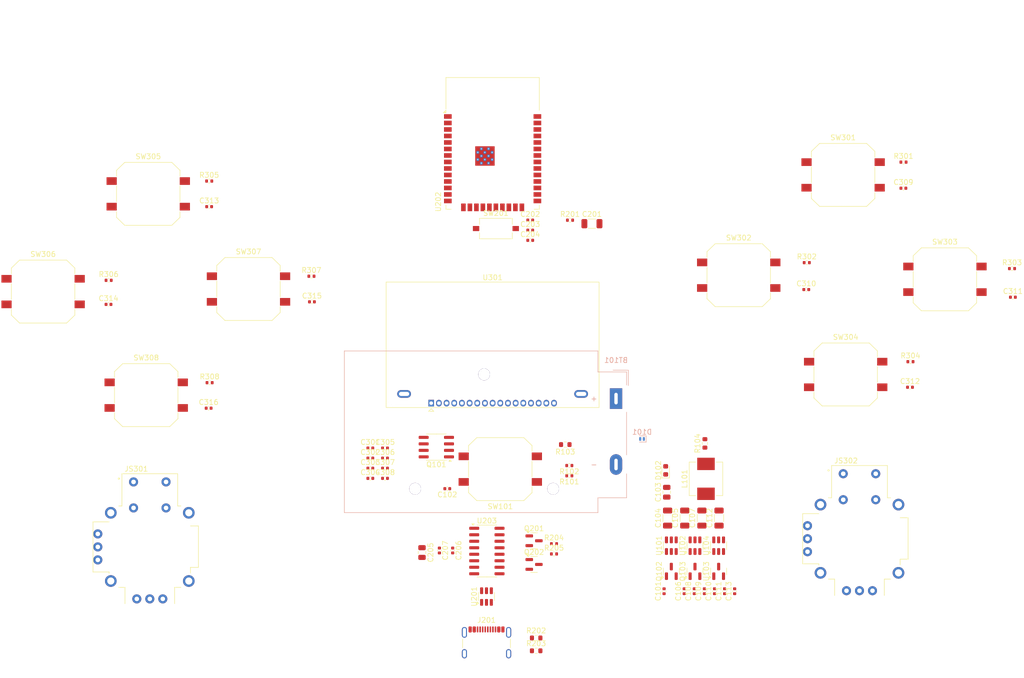
<source format=kicad_pcb>
(kicad_pcb (version 20240108) (generator "pcbnew") (generator_version "8.0")
  (layers (0 "F.Cu" signal) (1 "In1.Cu" power) (2 "In2.Cu" power) (31 "B.Cu" signal) (34 "B.Paste" user) (35 "F.Paste" user) (36 "B.SilkS" user "B.Silkscreen") (37 "F.SilkS" user "F.Silkscreen") (38 "B.Mask" user) (39 "F.Mask" user) (44 "Edge.Cuts" user))
  (net 0 "")
  (net 1 "+9V")
  (net 2 "GND")
  (net 3 "/[1] Power/BUCK_SW")
  (net 4 "/[1] Power/BUCK_BST")
  (net 5 "VCC")
  (net 6 "+3V3")
  (net 7 "/[1] Power/V_Battery")
  (net 8 "/[1] Power/VCAP_B")
  (net 9 "+3V0")
  (net 10 "VBUS")
  (net 11 "/[1] Power/VCAP_U")
  (net 12 "/[2] Microcontroller And Bluetooth/ENABLE")
  (net 13 "/[3] User Interface/LVOUT")
  (net 14 "/[3] User Interface/LV0")
  (net 15 "/[3] User Interface/LV1")
  (net 16 "/[3] User Interface/LV2")
  (net 17 "/[3] User Interface/LV3")
  (net 18 "/[3] User Interface/LV4")
  (net 19 "/[3] User Interface/LC2+")
  (net 20 "/[3] User Interface/LC2-")
  (net 21 "/[3] User Interface/LC1-")
  (net 22 "/[3] User Interface/LC1+")
  (net 23 "SAVE_DATA")
  (net 24 "RECORD_DATA")
  (net 25 "STOP_ROBOT")
  (net 26 "LOCK_ROBOT")
  (net 27 "CONNECT_BT")
  (net 28 "FUNC_6")
  (net 29 "FUNC_7")
  (net 30 "FUNC_8")
  (net 31 "/[1] Power/POW_IND_LED_R")
  (net 32 "Net-(J201-CC1)")
  (net 33 "/[2] Microcontroller And Bluetooth/D_RAW-")
  (net 35 "Net-(J201-CC2)")
  (net 41 "/[2] Microcontroller And Bluetooth/D_RAW+")
  (net 42 "/[1] Power/GATE_B")
  (net 43 "/[1] Power/GATE_U")
  (net 44 "/[2] Microcontroller And Bluetooth/DTR")
  (net 45 "/[2] Microcontroller And Bluetooth/RTS_R")
  (net 46 "/[2] Microcontroller And Bluetooth/IO0")
  (net 47 "/[2] Microcontroller And Bluetooth/DTR_R")
  (net 48 "/[2] Microcontroller And Bluetooth/RTS")
  (net 49 "/[2] Microcontroller And Bluetooth/D+")
  (net 50 "/[2] Microcontroller And Bluetooth/D-")
  (net 51 "RIGHT_STICK")
  (net 54 "LEFT_STICK")
  (net 55 "SPI_CLK")
  (net 56 "{slash}RESET")
  (net 57 "SPI_COPI")
  (net 58 "/[2] Microcontroller And Bluetooth/UART_TX")
  (net 62 "{slash}CHIP_SELECT")
  (net 63 "REGISTER_SELECT")
  (net 71 "/[2] Microcontroller And Bluetooth/UART_RX")
  (net 98 "/[1] Power/PWR_SW_CAP")
  (net 99 "/[1] Power/PW_SW_R_G_S")
  (net 100 "/[1] Power/PW_SW_R")
  (footprint "Capacitor_SMD:C_0402_1005Metric" (layer "F.Cu") (at 85.1 -31.5)
    (property "Reference" "C313" (at 0 -1.16 0) (layer "F.SilkS"))
    (property "Value" "0.1uF")
    (pad "1" smd roundrect (at -0.48 0) (size 0.56 0.62) (layers "F.Cu" "F.Paste" "F.Mask") (net 27 "CONNECT_BT"))
    (pad "2" smd roundrect (at 0.48 0) (size 0.56 0.62) (layers "F.Cu" "F.Paste" "F.Mask") (net 6 "+3V3"))
  )
  (footprint "Capacitor_SMD:C_0402_1005Metric" (layer "F.Cu") (at 116.6 21.6)
    (property "Reference" "C304" (at 0 -1.16 0) (layer "F.SilkS"))
    (property "Value" "1uF")
    (pad "1" smd roundrect (at -0.48 0) (size 0.56 0.62) (layers "F.Cu" "F.Paste" "F.Mask") (net 2 "GND"))
    (pad "2" smd roundrect (at 0.48 0) (size 0.56 0.62) (layers "F.Cu" "F.Paste" "F.Mask") (net 16 "/[3] User Interface/LV2"))
  )
  (footprint "Button_Switch_SMD:SW_Push_1P1T_NO_CK_PTS125Sx43PSMTR" (layer "F.Cu") (at 209.5 1.3)
    (property "Reference" "SW304" (at 0 -7.3 0) (layer "F.SilkS"))
    (property "Value" "SW_Push")
    (pad "" np_thru_hole circle (at 0 -4.5) (size 2 2) (drill 2) (layers "*.Cu" "*.Mask"))
    (pad "" np_thru_hole circle (at 0 4.5) (size 2 2) (drill 2) (layers "*.Cu" "*.Mask"))
    (pad "1" smd rect (at -7.15 -2.5) (size 2 1.5) (layers "F.Cu" "F.Paste" "F.Mask") (net 26 "LOCK_ROBOT"))
    (pad "1" smd rect (at 7.15 -2.5) (size 2 1.5) (layers "F.Cu" "F.Paste" "F.Mask") (net 26 "LOCK_ROBOT"))
    (pad "2" smd rect (at -7.15 2.5) (size 2 1.5) (layers "F.Cu" "F.Paste" "F.Mask") (net 6 "+3V3"))
    (pad "2" smd rect (at 7.15 2.5) (size 2 1.5) (layers "F.Cu" "F.Paste" "F.Mask") (net 6 "+3V3"))
  )
  (footprint "Capacitor_SMD:C_0402_1005Metric" (layer "F.Cu") (at 119.47 15.69)
    (property "Reference" "C305" (at 0 -1.16 0) (layer "F.SilkS"))
    (property "Value" "1uF")
    (pad "1" smd roundrect (at -0.48 0) (size 0.56 0.62) (layers "F.Cu" "F.Paste" "F.Mask") (net 2 "GND"))
    (pad "2" smd roundrect (at 0.48 0) (size 0.56 0.62) (layers "F.Cu" "F.Paste" "F.Mask") (net 17 "/[3] User Interface/LV3"))
  )
  (footprint "Resistor_SMD:R_0402_1005Metric" (layer "F.Cu") (at 201.9 -20.56)
    (property "Reference" "R302" (at 0 -1.17 0) (layer "F.SilkS"))
    (property "Value" "10k")
    (pad "1" smd roundrect (at -0.51 0) (size 0.54 0.64) (layers "F.Cu" "F.Paste" "F.Mask") (net 24 "RECORD_DATA"))
    (pad "2" smd roundrect (at 0.51 0) (size 0.54 0.64) (layers "F.Cu" "F.Paste" "F.Mask") (net 2 "GND"))
  )
  (footprint "Capacitor_SMD:C_0402_1005Metric" (layer "F.Cu") (at 130.1 35.7 -90)
    (property "Reference" "C207" (at 0 -1.16 90) (layer "F.SilkS"))
    (property "Value" "0.1uF")
    (pad "1" smd roundrect (at -0.48 0 270) (size 0.56 0.62) (layers "F.Cu" "F.Paste" "F.Mask") (net 6 "+3V3"))
    (pad "2" smd roundrect (at 0.48 0 270) (size 0.56 0.62) (layers "F.Cu" "F.Paste" "F.Mask") (net 2 "GND"))
  )
  (footprint "Capacitor_SMD:C_0402_1005Metric" (layer "F.Cu") (at 222.07 3.8)
    (property "Reference" "C312" (at 0 -1.16 0) (layer "F.SilkS"))
    (property "Value" "0.1uF")
    (pad "1" smd roundrect (at -0.48 0) (size 0.56 0.62) (layers "F.Cu" "F.Paste" "F.Mask") (net 26 "LOCK_ROBOT"))
    (pad "2" smd roundrect (at 0.48 0) (size 0.56 0.62) (layers "F.Cu" "F.Paste" "F.Mask") (net 6 "+3V3"))
  )
  (footprint "Capacitor_SMD:C_0402_1005Metric" (layer "F.Cu") (at 147.85 -26.89)
    (property "Reference" "C203" (at 0 -1.16 0) (layer "F.SilkS"))
    (property "Value" "0.1uF")
    (pad "1" smd roundrect (at -0.48 0) (size 0.56 0.62) (layers "F.Cu" "F.Paste" "F.Mask") (net 12 "/[2] Microcontroller And Bluetooth/ENABLE"))
    (pad "2" smd roundrect (at 0.48 0) (size 0.56 0.62) (layers "F.Cu" "F.Paste" "F.Mask") (net 2 "GND"))
  )
  (footprint "Capacitor_SMD:C_0402_1005Metric" (layer "F.Cu") (at 116.6 15.69)
    (property "Reference" "C301" (at 0 -1.16 0) (layer "F.SilkS"))
    (property "Value" "2.2uF")
    (pad "1" smd roundrect (at -0.48 0) (size 0.56 0.62) (layers "F.Cu" "F.Paste" "F.Mask") (net 2 "GND"))
    (pad "2" smd roundrect (at 0.48 0) (size 0.56 0.62) (layers "F.Cu" "F.Paste" "F.Mask") (net 13 "/[3] User Interface/LVOUT"))
  )
  (footprint "Capacitor_SMD:C_0402_1005Metric" (layer "F.Cu") (at 116.6 19.63)
    (property "Reference" "C303" (at 0 -1.16 0) (layer "F.SilkS"))
    (property "Value" "1uF")
    (pad "1" smd roundrect (at -0.48 0) (size 0.56 0.62) (layers "F.Cu" "F.Paste" "F.Mask") (net 2 "GND"))
    (pad "2" smd roundrect (at 0.48 0) (size 0.56 0.62) (layers "F.Cu" "F.Paste" "F.Mask") (net 15 "/[3] User Interface/LV1"))
  )
  (footprint "Resistor_SMD:R_0402_1005Metric" (layer "F.Cu") (at 152.5 36.375)
    (property "Reference" "R205" (at 0 -1.17 0) (layer "F.SilkS"))
    (property "Value" "10k")
    (pad "1" smd roundrect (at -0.51 0) (size 0.54 0.64) (layers "F.Cu" "F.Paste" "F.Mask") (net 44 "/[2] Microcontroller And Bluetooth/DTR"))
    (pad "2" smd roundrect (at 0.51 0) (size 0.54 0.64) (layers "F.Cu" "F.Paste" "F.Mask") (net 47 "/[2] Microcontroller And Bluetooth/DTR_R"))
  )
  (footprint "Capacitor_SMD:C_0402_1005Metric" (layer "F.Cu") (at 174.01 43.6625 90)
    (property "Reference" "C101" (at 0 -1.16 90) (layer "F.SilkS"))
    (property "Value" "0.1uF")
    (pad "1" smd roundrect (at -0.48 0 90) (size 0.56 0.62) (layers "F.Cu" "F.Paste" "F.Mask") (net 3 "/[1] Power/BUCK_SW"))
    (pad "2" smd roundrect (at 0.48 0 90) (size 0.56 0.62) (layers "F.Cu" "F.Paste" "F.Mask") (net 4 "/[1] Power/BUCK_BST"))
  )
  (footprint "Resistor_SMD:R_0402_1005Metric" (layer "F.Cu") (at 105.09 -17.9)
    (property "Reference" "R307" (at 0 -1.17 0) (layer "F.SilkS"))
    (property "Value" "10k")
    (pad "1" smd roundrect (at -0.51 0) (size 0.54 0.64) (layers "F.Cu" "F.Paste" "F.Mask") (net 29 "FUNC_7"))
    (pad "2" smd roundrect (at 0.51 0) (size 0.54 0.64) (layers "F.Cu" "F.Paste" "F.Mask") (net 2 "GND"))
  )
  (footprint "Capacitor_SMD:C_0402_1005Metric" (layer "F.Cu") (at 85 7.89)
    (property "Reference" "C316" (at 0 -1.16 0) (layer "F.SilkS"))
    (property "Value" "0.1uF")
    (pad "1" smd roundrect (at -0.48 0) (size 0.56 0.62) (layers "F.Cu" "F.Paste" "F.Mask") (net 30 "FUNC_8"))
    (pad "2" smd roundrect (at 0.48 0) (size 0.56 0.62) (layers "F.Cu" "F.Paste" "F.Mask") (net 6 "+3V3"))
  )
  (footprint "Button_Switch_SMD:SW_Push_1P1T_NO_CK_PTS125Sx43PSMTR" (layer "F.Cu") (at 92.79 -15.4)
    (property "Reference" "SW307" (at 0 -7.3 0) (layer "F.SilkS"))
    (property "Value" "SW_Push")
    (pad "" np_thru_hole circle (at 0 -4.5) (size 2 2) (drill 2) (layers "*.Cu" "*.Mask"))
    (pad "" np_thru_hole circle (at 0 4.5) (size 2 2) (drill 2) (layers "*.Cu" "*.Mask"))
    (pad "1" smd rect (at -7.15 -2.5) (size 2 1.5) (layers "F.Cu" "F.Paste" "F.Mask") (net 29 "FUNC_7"))
    (pad "1" smd rect (at 7.15 -2.5) (size 2 1.5) (layers "F.Cu" "F.Paste" "F.Mask") (net 29 "FUNC_7"))
    (pad "2" smd rect (at -7.15 2.5) (size 2 1.5) (layers "F.Cu" "F.Paste" "F.Mask") (net 6 "+3V3"))
    (pad "2" smd rect (at 7.15 2.5) (size 2 1.5) (layers "F.Cu" "F.Paste" "F.Mask") (net 6 "+3V3"))
  )
  (footprint "Capacitor_SMD:C_0402_1005Metric" (layer "F.Cu") (at 183.86 43.6625 90)
    (property "Reference" "C110" (at 0 -1.16 90) (layer "F.SilkS"))
    (property "Value" "1uF")
    (pad "1" smd roundrect (at -0.48 0 90) (size 0.56 0.62) (layers "F.Cu" "F.Paste" "F.Mask") (net 9 "+3V0"))
    (pad "2" smd roundrect (at 0.48 0 90) (size 0.56 0.62) (layers "F.Cu" "F.Paste" "F.Mask") (net 2 "GND"))
  )
  (footprint "Resistor_SMD:R_0402_1005Metric" (layer "F.Cu") (at 220.8 -40.2)
    (property "Reference" "R301" (at 0 -1.17 0) (layer "F.SilkS"))
    (property "Value" "10k")
    (pad "1" smd roundrect (at -0.51 0) (size 0.54 0.64) (layers "F.Cu" "F.Paste" "F.Mask") (net 23 "SAVE_DATA"))
    (pad "2" smd roundrect (at 0.51 0) (size 0.54 0.64) (layers "F.Cu" "F.Paste" "F.Mask") (net 2 "GND"))
  )
  (footprint "Capacitor_SMD:C_0402_1005Metric" (layer "F.Cu") (at 65.43 -12.4)
    (property "Reference" "C314" (at 0 -1.16 0) (layer "F.SilkS"))
    (property "Value" "0.1uF")
    (pad "1" smd roundrect (at -0.48 0) (size 0.56 0.62) (layers "F.Cu" "F.Paste" "F.Mask") (net 28 "FUNC_6"))
    (pad "2" smd roundrect (at 0.48 0) (size 0.56 0.62) (layers "F.Cu" "F.Paste" "F.Mask") (net 6 "+3V3"))
  )
  (footprint "Capacitor_SMD:C_1206_3216Metric" (layer "F.Cu") (at 174.7 29.3625 90)
    (property "Reference" "C104" (at 0 -1.85 90) (layer "F.SilkS"))
    (property "Value" "22uF")
    (pad "1" smd roundrect (at -1.475 0 90) (size 1.15 1.8) (layers "F.Cu" "F.Paste" "F.Mask") (roundrect_rratio 0.217391) (net 6 "+3V3"))
    (pad "2" smd roundrect (at 1.475 0 90) (size 1.15 1.8) (layers "F.Cu" "F.Paste" "F.Mask") (roundrect_rratio 0.217391) (net 2 "GND"))
  )
  (footprint "Package_TO_SOT_SMD:SOT-23" (layer "F.Cu") (at 180.05 39.7825 90)
    (property "Reference" "Q103" (at 0 -2.4 90) (layer "F.SilkS"))
    (property "Value" "IRFML8244TRPBF")
    (pad "1" smd roundrect (at -0.9375 -0.95 90) (size 1.475 0.6) (layers "F.Cu" "F.Paste" "F.Mask") (net 43 "/[1] Power/GATE_U"))
    (pad "2" smd roundrect (at -0.9375 0.95 90) (size 1.475 0.6) (layers "F.Cu" "F.Paste" "F.Mask") (net 10 "VBUS"))
    (pad "3" smd roundrect (at 0.9375 0 90) (size 1.475 0.6) (layers "F.Cu" "F.Paste" "F.Mask") (net 5 "VCC"))
  )
  (footprint "Capacitor_SMD:C_1206_3216Metric" (layer "F.Cu") (at 159.91 -28.17)
    (property "Reference" "C201" (at 0 -1.85 0) (layer "F.SilkS"))
    (property "Value" "22uF")
    (pad "1" smd roundrect (at -1.475 0) (size 1.15 1.8) (layers "F.Cu" "F.Paste" "F.Mask") (roundrect_rratio 0.217391) (net 6 "+3V3"))
    (pad "2" smd roundrect (at 1.475 0) (size 1.15 1.8) (layers "F.Cu" "F.Paste" "F.Mask") (roundrect_rratio 0.217391) (net 2 "GND"))
  )
  (footprint "Capacitor_SMD:C_0402_1005Metric" (layer "F.Cu") (at 105.19 -12.9)
    (property "Reference" "C315" (at 0 -1.16 0) (layer "F.SilkS"))
    (property "Value" "0.1uF")
    (pad "1" smd roundrect (at -0.48 0) (size 0.56 0.62) (layers "F.Cu" "F.Paste" "F.Mask") (net 29 "FUNC_7"))
    (pad "2" smd roundrect (at 0.48 0) (size 0.56 0.62) (layers "F.Cu" "F.Paste" "F.Mask") (net 6 "+3V3"))
  )
  (footprint "Resistor_SMD:R_0402_1005Metric" (layer "F.Cu") (at 155.49 19.1 180)
    (property "Reference" "R102" (at 0 -1.17 360) (layer "F.SilkS"))
    (property "Value" "10k")
    (pad "1" smd roundrect (at -0.51 0 180) (size 0.54 0.64) (layers "F.Cu" "F.Paste" "F.Mask") (net 7 "/[1] Power/V_Battery"))
    (pad "2" smd roundrect (at 0.51 0 180) (size 0.54 0.64) (layers "F.Cu" "F.Paste" "F.Mask") (net 100 "/[1] Power/PW_SW_R"))
  )
  (footprint "Capacitor_SMD:C_0402_1005Metric" (layer "F.Cu") (at 187.8 43.6625 90)
    (property "Reference" "C113" (at 0 -1.16 90) (layer "F.SilkS"))
    (property "Value" "0.1uF")
    (pad "1" smd roundrect (at -0.48 0 90) (size 0.56 0.62) (layers "F.Cu" "F.Paste" "F.Mask") (net 10 "VBUS"))
    (pad "2" smd roundrect (at 0.48 0 90) (size 0.56 0.62) (layers "F.Cu" "F.Paste" "F.Mask") (net 11 "/[1] Power/VCAP_U"))
  )
  (footprint "Capacitor_SMD:C_0805_2012Metric" (layer "F.Cu") (at 126.7 36.1 -90)
    (property "Reference" "C205" (at 0 -1.68 90) (layer "F.SilkS"))
    (property "Value" "10uF")
    (pad "1" smd roundrect (at -0.95 0 270) (size 1 1.45) (layers "F.Cu" "F.Paste" "F.Mask") (net 6 "+3V3"))
    (pad "2" smd roundrect (at 0.95 0 270) (size 1 1.45) (layers "F.Cu" "F.Paste" "F.Mask") (net 2 "GND"))
  )
  (footprint "Capacitor_SMD:C_1206_3216Metric" (layer "F.Cu") (at 178.05 29.3625 90)
    (property "Reference" "C105" (at 0 -1.85 90) (layer "F.SilkS"))
    (property "Value" "22uF")
    (pad "1" smd roundrect (at -1.475 0 90) (size 1.15 1.8) (layers "F.Cu" "F.Paste" "F.Mask") (roundrect_rratio 0.217391) (net 6 "+3V3"))
    (pad "2" smd roundrect (at 1.475 0 90) (size 1.15 1.8) (layers "F.Cu" "F.Paste" "F.Mask") (roundrect_rratio 0.217391) (net 2 "GND"))
  )
  (footprint "Package_SO:SOIC-8_3.9x4.9mm_P1.27mm" (layer "F.Cu") (at 129.5 15.5 180)
    (property "Reference" "Q101" (at 0 -3.4 360) (layer "F.SilkS"))
    (property "Value" "IRF7319")
    (pad "1" smd roundrect (at -2.475 -1.905 180) (size 1.95 0.6) (layers "F.Cu" "F.Paste" "F.Mask") (net 99 "/[1] Power/PW_SW_R_G_S"))
    (pad "2" smd roundrect (at -2.475 -0.635 180) (size 1.95 0.6) (layers "F.Cu" "F.Paste" "F.Mask") (net 100 "/[1] Power/PW_SW_R"))
    (pad "3" smd roundrect (at -2.475 0.635 180) (size 1.95 0.6) (layers "F.Cu" "F.Paste" "F.Mask") (net 1 "+9V"))
    (pad "4" smd roundrect (at -2.475 1.905 180) (size 1.95 0.6) (layers "F.Cu" "F.Paste" "F.Mask") (net 99 "/[1] Power/PW_SW_R_G_S"))
    (pad "5" smd roundrect (at 2.475 1.905 180) (size 1.95 0.6) (layers "F.Cu" "F.Paste" "F.Mask") (net 7 "/[1] Power/V_Battery"))
    (pad "6" smd roundrect (at 2.475 0.635 180) (size 1.95 0.6) (layers "F.Cu" "F.Paste" "F.Mask") (net 7 "/[1] Power/V_Battery"))
    (pad "7" smd roundrect (at 2.475 -0.635 180) (size 1.95 0.6) (layers "F.Cu" "F.Paste" "F.Mask") (net 2 "GND"))
    (pad "8" smd roundrect (at 2.475 -1.905 180) (size 1.95 0.6) (layers "F.Cu" "F.Paste" "F.Mask") (net 2 "GND"))
  )
  (footprint "Package_TO_SOT_SMD:SOT-23" (layer "F.Cu") (at 175.425 39.7825 90)
    (property "Reference" "Q102" (at 0 -2.4 90) (layer "F.SilkS"))
    (property "Value" "IRFML8244TRPBF")
    (pad "1" smd roundrect (at -0.9375 -0.95 90) (size 1.475 0.6) (layers "F.Cu" "F.Paste" "F.Mask") (net 42 "/[1] Power/GATE_B"))
    (pad "2" smd roundrect (at -0.9375 0.95 90) (size 1.475 0.6) (layers "F.Cu" "F.Paste" "F.Mask") (net 7 "/[1] Power/V_Battery"))
    (pad "3" smd roundrect (at 0.9375 0 90) (size 1.475 0.6) (layers "F.Cu" "F.Paste" "F.Mask") (net 5 "VCC"))
  )
  (footprint "Capacitor_SMD:C_0402_1005Metric" (layer "F.Cu") (at 220.78 -35.1)
    (property "Reference" "C309" (at 0 -1.16 0) (layer "F.SilkS"))
    (property "Value" "0.1uF")
    (pad "1" smd roundrect (at -0.48 0) (size 0.56 0.62) (layers "F.Cu" "F.Paste" "F.Mask") (net 23 "SAVE_DATA"))
    (pad "2" smd roundrect (at 0.48 0) (size 0.56 0.62) (layers "F.Cu" "F.Paste" "F.Mask") (net 6 "+3V3"))
  )
  (footprint "Button_Switch_SMD:SW_Push_1P1T_NO_CK_PTS125Sx43PSMTR" (layer "F.Cu") (at 228.9 -17.3)
    (property "Reference" "SW303" (at 0 -7.3 0) (layer "F.SilkS"))
    (property "Value" "SW_Push")
    (pad "" np_thru_hole circle (at 0 -4.5) (size 2 2) (drill 2) (layers "*.Cu" "*.Mask"))
    (pad "" np_thru_hole circle (at 0 4.5) (size 2 2) (drill 2) (layers "*.Cu" "*.Mask"))
    (pad "1" smd rect (at -7.15 -2.5) (size 2 1.5) (layers "F.Cu" "F.Paste" "F.Mask") (net 25 "STOP_ROBOT"))
    (pad "1" smd rect (at 7.15 -2.5) (size 2 1.5) (layers "F.Cu" "F.Paste" "F.Mask") (net 25 "STOP_ROBOT"))
    (pad "2" smd rect (at -7.15 2.5) (size 2 1.5) (layers "F.Cu" "F.Paste" "F.Mask") (net 6 "+3V3"))
    (pad "2" smd rect (at 7.15 2.5) (size 2 1.5) (layers "F.Cu" "F.Paste" "F.Mask") (net 6 "+3V3"))
  )
  (footprint "Capacitor_SMD:C_0402_1005Metric" (layer "F.Cu") (at 181.89 43.6625 90)
    (property "Reference" "C109" (at 0 -1.16 90) (layer "F.SilkS"))
    (property "Value" "1uF")
    (pad "1" smd roundrect (at -0.48 0 90) (size 0.56 0.62) (layers "F.Cu" "F.Paste" "F.Mask") (net 6 "+3V3"))
    (pad "2" smd roundrect (at 0.48 0 90) (size 0.56 0.62) (layers "F.Cu" "F.Paste" "F.Mask") (net 2 "GND"))
  )
  (footprint "Package_TO_SOT_SMD:SOT-23-6" (layer "F.Cu") (at 184.675 34.7625 90)
    (property "Reference" "U104" (at 0 -2.4 90) (layer "F.SilkS"))
    (property "Value" "LM74700")
    (pad "1" smd roundrect (at -1.1375 -0.95 90) (size 1.325 0.6) (layers "F.Cu" "F.Paste" "F.Mask") (net 11 "/[1] Power/VCAP_U"))
    (pad "2" smd roundrect (at -1.1375 0 90) (size 1.325 0.6) (layers "F.Cu" "F.Paste" "F.Mask") (net 2 "GND"))
    (pad "3" smd roundrect (at -1.1375 0.95 90) (size 1.325 0.6) (layers "F.Cu" "F.Paste" "F.Mask") (net 10 "VBUS"))
    (pad "4" smd roundrect (at 1.1375 0.95 90) (size 1.325 0.6) (layers "F.Cu" "F.Paste" "F.Mask") (net 5 "VCC"))
    (pad "5" smd roundrect (at 1.1375 0 90) (size 1.325 0.6) (layers "F.Cu" "F.Paste" "F.Mask") (net 43 "/[1] Power/GATE_U"))
    (pad "6" smd roundrect (at 1.1375 -0.95 90) (size 1.325 0.6) (layers "F.Cu" "F.Paste" "F.Mask") (net 10 "VBUS"))
  )
  (footprint "Package_SO:SOIC-16_3.9x9.9mm_P1.27mm" (layer "F.Cu") (at 139.375 35.805)
    (property "Reference" "U203" (at 0 -5.9 360) (layer "F.SilkS"))
    (property "Value" "CH340C")
    (pad "1" smd roundrect (at -2.475 -4.445) (size 1.95 0.6) (layers "F.Cu" "F.Paste" "F.Mask") (net 2 "GND"))
    (pad "2" smd roundrect (at -2.475 -3.175) (size 1.95 0.6) (layers "F.Cu" "F.Paste" "F.Mask") (net 71 "/[2] Microcontroller And Bluetooth/UART_RX"))
    (pad "3" smd roundrect (at -2.475 -1.905) (size 1.95 0.6) (layers "F.Cu" "F.Paste" "F.Mask") (net 58 "/[2] Microcontroller And Bluetooth/UART_TX"))
    (pad "4" smd roundrect (at -2.475 -0.635) (size 1.95 0.6) (layers "F.Cu" "F.Paste" "F.Mask") (net 6 "+3V3"))
    (pad "5" smd roundrect (at -2.475 0.635) (size 1.95 0.6) (layers "F.Cu" "F.Paste" "F.Mask") (net 49 "/[2] Microcontroller And Bluetooth/D+"))
    (pad "6" smd roundrect (at -2.475 1.905) (size 1.95 0.6) (layers "F.Cu" "F.Paste" "F.Mask") (net 50 "/[2] Microcontroller And Bluetooth/D-"))
    (pad "7" smd roundrect (at -2.475 3.175) (size 1.95 0.6) (layers "F.Cu" "F.Paste" "F.Mask"))
    (pad "8" smd roundrect (at -2.475 4.445) (size 1.95 0.6) (layers "F.Cu" "F.Paste" "F.Mask"))
    (pad "9" smd roundrect (at 2.475 4.445) (size 1.95 0.6) (layers "F.Cu" "F.Paste" "F.Mask"))
    (pad "10" smd roundrect (at 2.475 3.175) (size 1.95 0.6) (layers "F.Cu" "F.Paste" "F.Mask"))
    (pad "11" smd roundrect (at 2.475 1.905) (size 1.95 0.6) (layers "F.Cu" "F.Paste" "F.Mask"))
    (pad "12" smd roundrect (at 2.475 0.635) (size 1.95 0.6) (layers "F.Cu" "F.Paste" "F.Mask"))
    (pad "13" smd roundrect (at 2.475 -0.635) (size 1.95 0.6) (layers "F.Cu" "F.Paste" "F.Mask") (net 44 "/[2] Microcontroller And Bluetooth/DTR"))
    (pad "14" smd roundrect (at 2.475 -1.905) (size 1.95 0.6) (layers "F.Cu" "F.Paste" "F.Mask") (net 48 "/[2] Microcontroller And Bluetooth/RTS"))
    (pad "15" smd roundrect (at 2.475 -3.175) (size 1.95 0.6) (layers "F.Cu" "F.Paste" "F.Mask"))
    (pad "16" smd roundrect (at 2.475 -4.445) (size 1.95 0.6) (layers "F.Cu" "F.Paste" "F.Mask") (net 6 "+3V3"))
  )
  (footprint "Button_Switch_SMD:SW_Tactile_SPST_NO_Straight_CK_PTS636Sx25SMTRLFS" (layer "F.Cu") (at 141.14 -27.22)
    (property "Reference" "SW201" (at 0 -3 0) (layer "F.SilkS"))
    (property "Value" "SW_Push")
    (pad "1" smd rect (at -3.875 0) (size 1.25 1) (layers "F.Cu" "F.Paste" "F.Mask") (net 2 "GND"))
    (pad "2" smd rect (at 3.875 0) (size 1.25 1) (layers "F.Cu" "F.Paste" "F.Mask") (net 12 "/[2] Microcontroller And Bluetooth/ENABLE"))
  )
  (footprint "Capacitor_SMD:C_0402_1005Metric" (layer "F.Cu") (at 201.8 -15.3)
    (property "Reference" "C310" (at 0 -1.16 0) (layer "F.SilkS"))
    (property "Value" "0.1uF")
    (pad "1" smd roundrect (at -0.48 0) (size 0.56 0.62) (layers "F.Cu" "F.Paste" "F.Mask") (net 24 "RECORD_DATA"))
    (pad "2" smd roundrect (at 0.48 0) (size 0.56 0.62) (layers "F.Cu" "F.Paste" "F.Mask") (net 6 "+3V3"))
  )
  (footprint "Capacitor_SMD:C_0402_1005Metric" (layer "F.Cu") (at 185.83 43.6625 90)
    (property "Reference" "C111" (at 0 -1.16 90) (layer "F.SilkS"))
    (property "Value" "0.1uF")
    (pad "1" smd roundrect (at -0.48 0 90) (size 0.56 0.62) (layers "F.Cu" "F.Paste" "F.Mask") (net 5 "VCC"))
    (pad "2" smd roundrect (at 0.48 0 90) (size 0.56 0.62) (layers "F.Cu" "F.Paste" "F.Mask") (net 2 "GND"))
  )
  (footprint "Thumb_joy_stick_Library:XDCR_COM-09032" (layer "F.Cu") (at 212.2 33.4)
    (property "Reference" "JS302" (at -2.625 -15.235 0) (layer "F.SilkS"))
    (property "Value" "COM-09032")
    (pad "B1A" thru_hole circle (at -3.175 -12.7) (size 1.778 1.778) (drill 0.9) (layers "*.Cu" "*.Mask"))
    (pad "B1B" thru_hole circle (at 3.175 -12.7) (size 1.778 1.778) (drill 0.9) (layers "*.Cu" "*.Mask"))
    (pad "B2A" thru_hole circle (at -3.175 -7.62) (size 1.778 1.778) (drill 0.9) (layers "*.Cu" "*.Mask") (net 2 "GND"))
    (pad "B2B" thru_hole circle (at 3.175 -7.62) (size 1.778 1.778) (drill 0.9) (layers "*.Cu" "*.Mask"))
    (pad "H1" thru_hole circle (at -2.54 10.16) (size 1.778 1.778) (drill 0.889) (layers "*.Cu" "*.Mask"))
    (pad "H2" thru_hole circle (at 0 10.16) (size 1.778 1.778) (drill 0.889) (layers "*.Cu" "*.Mask"))
    (pad "H3" thru_hole circle (at 2.54 10.16) (size 1.778 1.778) (drill 0.889) (layers "*.Cu" "*.Mask"))
    (pad "S1" thru_hole circle (at -7.62 -6.6675) (size 2.286 2.286) (drill 1.397) (layers "*.Cu" "*.Mask"))
    (pad "S2" thru_hole circle (at -7.62 6.6675) (size 2.286 2.286) (drill 1.397) (layers "*.Cu" "*.Mask"))
    (pad "S3" thru_hole circle (at 7.62 6.6675) (size 2.286 2.286) (drill 1.397) (layers "*.Cu" "*.Mask"))
    (pad "S4" thru_hole circle (at 7.62 -6.6675) (size 2.286 2.286) (drill 1.397) (layers "*.Cu" "*.Mask"))
    (pad "V1" thru_hole circle (at -10.16 -2.54) (size 1.778 1.778) (drill 0.889) (layers "*.Cu" "*.Mask") (net 6 "+3V3"))
    (pad "V2" thru_hole circle (at -10.16 0) (size 1.778 1.778) (drill 0.889) (layers "*.Cu" "*.Mask") (net 51 "RIGHT_STICK"))
    (pad "V3" thru_hole circle (at -10.16 2.54) (size 1.778 1.778) (drill 0.889) (layers "*.Cu" "*.Mask") (net 2 "GND"))
  )
  (footprint "Resistor_SMD:R_0603_1608Metric" (layer "F.Cu") (at 149.01 52.795)
    (property "Reference" "R202" (at 0 -1.43 0) (layer "F.SilkS"))
    (property "Value" "5.1k")
    (pad "1" smd roundrect (at -0.825 0) (size 0.8 0.95) (layers "F.Cu" "F.Paste" "F.Mask") (net 32 "Net-(J201-CC1)"))
    (pad "2" smd roundrect (at 0.825 0) (size 0.8 0.95) (layers "F.Cu" "F.Paste" "F.Mask") (net 2 "GND"))
  )
  (footprint "Resistor_SMD:R_0402_1005Metric" (layer "F.Cu") (at 65.46 -17.1)
    (property "Reference" "R306" (at 0 -1.17 0) (layer "F.SilkS"))
    (property "Value" "10k")
    (pad "1" smd roundrect (at -0.51 0) (size 0.54 0.64) (layers "F.Cu" "F.Paste" "F.Mask") (net 28 "FUNC_6"))
    (pad "2" smd roundrect (at 0.51 0) (size 0.54 0.64) (layers "F.Cu" "F.Paste" "F.Mask") (net 2 "GND"))
  )
  (footprint "Display:NHD-C12832A1Z-FSRGB" (layer "F.Cu") (at 128.5 6.9)
    (property "Reference" "U301" (at 12 -24.55 0) (layer "F.SilkS"))
    (property "Value" "NHD-C12832A1Z-FSW-FBW-3V3")
    (pad "" np_thru_hole circle (at -8.1 -22.95) (size 0.9 0.9) (drill 0.9) (layers "F&B.Cu" "*.Mask"))
    (pad "" np_thru_hole circle (at -8.1 0.15) (size 0.9 0.9) (drill 0.9) (layers "F&B.Cu" "*.Mask"))
    (pad "" np_thru_hole circle (at 32.1 -22.95) (size 0.9 0.9) (drill 0.9) (layers "F&B.Cu" "*.Mask"))
    (pad "" np_thru_hole circle (at 32.1 0.15) (size 0.9 0.9) (drill 0.9) (layers "F&B.Cu" "*.Mask"))
    (pad "1" thru_hole rect (at 0 0) (size 1.1 1.3) (drill 0.7) (layers "*.Cu" "*.Mask") (net 14 "/[3] User Interface/LV0"))
    (pad "2" thru_hole oval (at 1.5 0) (size 1.1 1.3) (drill 0.7) (layers "*.Cu" "*.Mask") (net 15 "/[3] User Interface/LV1"))
    (pad "3" thru_hole oval (at 3 0) (size 1.1 1.3) (drill 0.7) (layers "*.Cu" "*.Mask") (net 16 "/[3] User Interface/LV2"))
    (pad "4" thru_hole oval (at 4.5 0) (size 1.1 1.3) (drill 0.7) (layers "*.Cu" "*.Mask") (net 17 "/[3] User Interface/LV3"))
    (pad "5" thru_hole oval (at 6 0) (size 1.1 1.3) (drill 0.7) (layers "*.Cu" "*.Mask") (net 18 "/[3] User Interface/LV4"))
    (pad "6" thru_hole oval (at 7.5 0) (size 1.1 1.3) (drill 0.7) (layers "*.Cu" "*.Mask") (net 20 "/[3] User Interface/LC2-"))
    (pad "7" thru_hole oval (at 9 0) (size 1.1 1.3) (drill 0.7) (layers "*.Cu" "*.Mask") (net 19 "/[3] User Interface/LC2+"))
    (pad "8" thru_hole oval (at 10.5 0) (size 1.1 1.3) (drill 0.7) (layers "*.Cu" "*.Mask") (net 22 "/[3] User Interface/LC1+"))
    (pad "9" thru_hole oval (at 12 0) (size 1.1 1.3) (drill 0.7) (layers "*.Cu" "*.Mask") (net 21 "/[3] User Interface/LC1-"))
    (pad "10" thru_hole oval (at 13.5 0) (size 1.1 1.3) (drill 0.7) (layers "*.Cu" "*.Mask") (net 13 "/[3] User Interface/LVOUT"))
    (pad "11" thru_hole oval (at 15 0) (size 1.1 1.3) (drill 0.7) (layers "*.Cu" "*.Mask") (net 2 "GND"))
    (pad "12" thru_hole oval (at 16.5 0) (size 1.1 1.3) (drill 0.7) (layers "*.Cu" "*.Mask") (net 9 "+3V0"))
    (pad "13" thru_hole oval (at 18 0) (size 1.1 1.3) (drill 0.7) (layers "*.Cu" "*.Mask") (net 57 "SPI_COPI"))
    (pad "14" thru_hole oval (at 19.5 0) (size 1.1 1.3) (drill 0.7) (layers "*.Cu" "*.Mask") (net 55 "SPI_CLK"))
    (pad "15" thru_hole oval (at 21 0) (size 1.1 1.3) (drill 0.7) (layers "*.Cu" "*.Mask") (net 63 "REGISTER_SELECT"))
    (pad "16" thru_hole oval (at 22.5 0) (size 1.1 1.3) (drill 0.7) (layers "*.Cu" "*.Mask") (net 56 "{slash}RESET"))
    (pad "17" thru_hole oval (at 24 0) (size 1.1 1.3) (drill 0.7) (layers "*.Cu" "*.Mask") (net 62 "{slash}CHIP_SELECT"))
    (pad "18" thru_hole oval (at -5.3 -1.8) (size 2.7 1.5) (drill oval 2 0.8) (layers "*.Cu" "*.Mask") (net 9 "+3V0"))
    (pad "19" thru_hole oval (at 29.3 -1.8) (size 2.7 1.5) (drill oval 2 0.8) (layers "*.Cu" "*.Mask") (net 2 "GND"))
  )
  (footprint "Resistor_SMD:R_0402_1005Metric" (layer "F.Cu") (at 85.19 2.9)
    (property "Reference" "R308" (at 0 -1.17 0) (layer "F.SilkS"))
    (property "Value" "10k")
    (pad "1" smd roundrect (at -0.51 0) (size 0.54 0.64) (layers "F.Cu" "F.Paste" "F.Mask") (net 30 "FUNC_8"))
    (pad "2" smd roundrect (at 0.51 0) (size 0.54 0.64) (layers "F.Cu" "F.Paste" "F.Mask") (net 2 "GND"))
  )
  (footprint "Resistor_SMD:R_0603_1608Metric" (layer "F.Cu") (at 181.99 14.77 90)
    (property "Reference" "R104" (at 0 -1.43 90) (layer "F.SilkS"))
    (property "Value" "160R")
    (pad "1" smd roundrect (at -0.825 0 90) (size 0.8 0.95) (layers "F.Cu" "F.Paste" "F.Mask") (net 31 "/[1] Power/POW_IND_LED_R"))
    (pad "2" smd roundrect (at 0.825 0 90) (size 0.8 0.95) (layers "F.Cu" "F.Paste" "F.Mask") (net 2 "GND"))
  )
  (footprint "Connector_USB:USB_C_Receptacle_GCT_USB4105-xx-A_16P_TopMnt_Horizontal" (layer "F.Cu") (at 139.31 54.805)
    (property "Reference" "J201" (at 0 -5.5 0) (layer "F.SilkS"))
    (property "Value" "USB_C_Receptacle_USB2.0_16P")
    (pad "" np_thru_hole circle (at -2.89 -2.605) (size 0.65 0.65) (drill 0.65) (layers "F&B.Cu" "*.Mask"))
    (pad "" np_thru_hole circle (at 2.89 -2.605) (size 0.65 0.65) (drill 0.65) (layers "F&B.Cu" "*.Mask"))
    (pad "A1" smd roundrect (at -3.2 -3.68) (size 0.6 1.15) (layers "F.Cu" "F.Paste" "F.Mask") (net 2 "GND"))
    (pad "A4" smd roundrect (at -2.4 -3.68) (size 0.6 1.15) (layers "F.Cu" "F.Paste" "F.Mask") (net 10 "VBUS"))
    (pad "A5" smd roundrect (at -1.25 -3.68) (size 0.3 1.15) (layers "F.Cu" "F.Paste" "F.Mask") (net 32 "Net-(J201-CC1)"))
    (pad "A6" smd roundrect (at -0.25 -3.68) (size 0.3 1.15) (layers "F.Cu" "F.Paste" "F.Mask") (net 41 "/[2] Microcontroller And Bluetooth/D_RAW+"))
    (pad "A7" smd roundrect (at 0.25 -3.68) (size 0.3 1.15) (layers "F.Cu" "F.Paste" "F.Mask") (net 33 "/[2] Microcontroller And Bluetooth/D_RAW-"))
    (pad "A8" smd roundrect (at 1.25 -3.68) (size 0.3 1.15) (layers "F.Cu" "F.Paste" "F.Mask"))
    (pad "A9" smd roundrect (at 2.4 -3.68) (size 0.6 1.15) (layers "F.Cu" "F.Paste" "F.Mask") (net 10 "VBUS"))
    (pad "A12" smd roundrect (at 3.2 -3.68) (size 0.6 1.15) (layers "F.Cu" "F.Paste" "F.Mask") (net 2 "GND"))
    (pad "B1" smd roundrect (at 3.2 -3.68) (size 0.6 1.15) (layers "F.Cu" "F.Paste" "F.Mask") (net 2 "GND"))
    (pad "B4" smd roundrect (at 2.4 -3.68) (size 0.6 1.15) (layers "F.Cu" "F.Paste" "F.Mask") (net 10 "VBUS"))
    (pad "B5" smd roundrect (at 1.75 -3.68) (size 0.3 1.15) (layers "F.Cu" "F.Paste" "F.Mask") (net 35 "Net-(J201-CC2)"))
    (pad "B6" smd roundrect (at 0.75 -3.68) (size 0.3 1.15) (layers "F.Cu" "F.Paste" "F.Mask") (net 41 "/[2] Microcontroller And Bluetooth/D_RAW+"))
    (pad "B7" smd roundrect (at -0.75 -3.68) (size 0.3 1.15) (layers "F.Cu" "F.Paste" "F.Mask") (net 33 "/[2] Microcontroller And Bluetooth/D_RAW-"))
    (pad "B8" smd roundrect (at -1.75 -3.68) (size 0.3 1.15) (layers "F.Cu" "F.Paste" "F.Mask"))
    (pad "B9" smd roundrect (at -2.4 -3.68) (size 0.6 1.15) (layers "F.Cu" "F.Paste" "F.Mask") (net 10 "VBUS"))
    (pad "B12" smd roundrect (at -3.2 -3.68) (size 0.6 1.15) (layers "F.Cu" "F.Paste" "F.Mask") (net 2 "GND"))
    (pad "S1" thru_hole oval (at -4.32 -3.105) (size 1 2.1) (drill oval 0.6 1.7) (layers "*.Cu" "*.Mask" "F.Paste"))
    (pad "S1" thru_hole oval (at -4.32 1.075) (size 1 1.8) (drill oval 0.6 1.4) (layers "*.Cu" "*.Mask" "F.Paste"))
    (pad "S1" thru_hole oval (at 4.32 -3.105) (size 1 2.1) (drill oval 0.6 1.7) (layers "*.Cu" "*.Mask" "F.Paste"))
    (pad "S1" thru_hole oval (at 4.32 1.075) (size 1 1.8) (drill oval 0.6 1.4) (layers "*.Cu" "*.Mask" "F.Paste"))
  )
  (footprint "Package_TO_SOT_SMD:SOT-23" (layer "F.Cu") (at 148.6 38.425)
    (property "Reference" "Q202" (at 0 -2.4 0) (layer "F.SilkS"))
    (property "Value" "SS8050-G")
    (pad "1" smd roundrect (at -0.9375 -0.95) (size 1.475 0.6) (layers "F.Cu" "F.Paste" "F.Mask") (net 47 "/[2] Microcontroller And Bluetooth/DTR_R"))
    (pad "2" smd roundrect (at -0.9375 0.95) (size 1.475 0.6) (layers "F.Cu" "F.Paste" "F.Mask") (net 48 "/[2] Microcontroller And Bluetooth/RTS"))
    (pad "3" smd roundrect (at 0.9375 0) (size 1.475 0.6) (layers "F.Cu" "F.Paste" "F.Mask") (net 12 "/[2] Microcontroller And Bluetooth/ENABLE"))
  )
  (footprint "Button_Switch_SMD:SW_Push_1P1T_NO_CK_PTS125Sx43PSMTR" (layer "F.Cu") (at 142 19.8 180)
    (property "Reference" "SW101" (at 0 -7.3 360) (layer "F.SilkS"))
    (property "Value" "Power Switch")
    (pad "" np_thru_hole circle (at 0 -4.5 180) (size 2 2) (drill 2) (layers "*.Cu" "*.Mask"))
    (pad "" np_thru_hole circle (at 0 4.5 180) (size 2 2) (drill 2) (layers "*.Cu" "*.Mask"))
    (pad "1" smd rect (at -7.15 -2.5 180) (size 2 1.5) (layers "F.Cu" "F.Paste" "F.Mask") (net 98 "/[1] Power/PWR_SW_CAP"))
    (pad "1" smd rect (at 7.15 -2.5 180) (size 2 1.5) (layers "F.Cu" "F.Paste" "F.Mask") (net 98 "/[1] Power/PWR_SW_CAP"))
    (pad "2" smd rect (at -7.15 2.5 180) (size 2 1.5) (layers "F.Cu" "F.Paste" "F.Mask") (net 100 "/[1] Power/PW_SW_R"))
    (pad "2" smd rect (at 7.15 2.5 180) (size 2 1.5) (layers "F.Cu" "F.Paste" "F.Mask") (net 100 "/[1] Power/PW_SW_R"))
  )
  (footprint "Inductor_SMD:L_Vishay_IHLP-2525" (layer "F.Cu") (at 182.2 21.7 90)
    (property "Reference" "L101" (at 0 -4.175 90) (layer "F.SilkS"))
    (property "Value" "3.9uF")
    (pad "1" smd rect (at -2.921 0 90) (size 2.413 3.429) (layers "F.Cu" "F.Paste" "F.Mask") (net 3 "/[1] Power/BUCK_SW"))
    (pad "2" smd rect (at 2.921 0 90) (size 2.413 3.429) (layers "F.Cu" "F.Paste" "F.Mask") (net 6 "+3V3"))
  )
  (footprint "Capacitor_SMD:C_1206_3216Metric" (layer "F.Cu") (at 181.4 29.3625 90)
    (property "Reference" "C107" (at 0 -1.85 90) (layer "F.SilkS"))
    (property "Value" "22uF")
    (pad "1" smd roundrect (at -1.475 0 90) (size 1.15 1.8) (layers "F.Cu" "F.Paste" "F.Mask") (roundrect_rratio 0.217391) (net 7 "/[1] Power/V_Battery"))
    (pad "2" smd roundrect (at 1.475 0 90) (size 1.15 1.8) (layers "F.Cu" "F.Paste" "F.Mask") (roundrect_rratio 0.217391) (net 2 "GND"))
  )
  (footprint "Capacitor_SMD:C_0402_1005Metric" (layer "F.Cu") (at 119.47 21.6)
    (property "Reference" "C308" (at 0 -1.16 0) (layer "F.SilkS"))
    (property "Value" "2.2uF")
    (pad "1" smd roundrect (at -0.48 0) (size 0.56 0.62) (layers "F.Cu" "F.Paste" "F.Mask") (net 22 "/[3] User Interface/LC1+"))
    (pad "2" smd roundrect (at 0.48 0) (size 0.56 0.62) (layers "F.Cu" "F.Paste" "F.Mask") (net 21 "/[3] User Interface/LC1-"))
  )
  (footprint "Capacitor_SMD:C_0805_2012Metric" (layer "F.Cu") (at 174.53 24.3125 90)
    (property "Reference" "C103" (at 0 -1.68 90) (layer "F.SilkS"))
    (property "Value" "10uF")
    (pad "1" smd roundrect (at -0.95 0 90) (size 1 1.45) (layers "F.Cu" "F.Paste" "F.Mask") (net 5 "VCC"))
    (pad "2" smd roundrect (at 0.95 0 90) (size 1 1.45) (layers "F.Cu" "F.Paste" "F.Mask") (net 2 "GND"))
  )
  (footprint "Capacitor_SMD:C_0402_1005Metric" (layer "F.Cu") (at 177.95 43.6625 90)
    (property "Reference" "C106" (at 0 -1.16 90) (layer "F.SilkS"))
    (property "Value" "0.1uF")
    (pad "1" smd roundrect (at -0.48 0 90) (size 0.56 0.62) (layers "F.Cu" "F.Paste" "F.Mask") (net 5 "VCC"))
    (pad "2" smd roundrect (at 0.48 0 90) (size 0.56 0.62) (layers "F.Cu" "F.Paste" "F.Mask") (net 2 "GND"))
  )
  (footprint "Capacitor_SMD:C_0402_1005Metric" (layer "F.Cu") (at 131.64 23.62 180)
    (property "Reference" "C102" (at 0 -1.16 360) (layer "F.SilkS"))
    (property "Value" "1uF")
    (pad "1" smd roundrect (at -0.48 0 180) (size 0.56 0.62) (layers "F.Cu" "F.Paste" "F.Mask") (net 98 "/[1] Power/PWR_SW_CAP"))
    (pad "2" smd roundrect (at 0.48 0 180) (size 0.56 0.62) (layers "F.Cu" "F.Paste" "F.Mask") (net 2 "GND"))
  )
  (footprint "Capacitor_SMD:C_0402_1005Metric" (layer "F.Cu") (at 119.47 17.66)
    (property "Reference" "C306" (at 0 -1.16 0) (layer "F.SilkS"))
    (property "Value" "1uF")
    (pad "1" smd roundrect (at -0.48 0) (size 0.56 0.62) (layers "F.Cu" "F.Paste" "F.Mask") (net 2 "GND"))
    (pad "2" smd roundrect (at 0.48 0) (size 0.56 0.62) (layers "F.Cu" "F.Paste" "F.Mask") (net 18 "/[3] User Interface/LV4"))
  )
  (footprint "Resistor_SMD:R_0402_1005Metric" (layer "F.Cu") (at 242.01 -19.4)
    (property "Reference" "R303" (at 0 -1.17 0) (layer "F.SilkS"))
    (property "Value" "10k")
    (pad "1" smd roundrect (at -0.51 0) (size 0.54 0.64) (layers "F.Cu" "F.Paste" "F.Mask") (net 25 "STOP_ROBOT"))
    (pad "2" smd roundrect (at 0.51 0) (size 0.54 0.64) (layers "F.Cu" "F.Paste" "F.Mask") (net 2 "GND"))
  )
  (footprint "Package_TO_SOT_SMD:SOT-23" (layer "F.Cu") (at 184.675 39.7825 90)
    (property "Reference" "U103" (at 0 -2.4 90) (layer "F.SilkS"))
    (property "Value" "MCP1700T-3002E/TT")
    (pad "1" smd roundrect (at -0.9375 -0.95 90) (size 1.475 0.6) (layers "F.Cu" "F.Paste" "F.Mask") (net 2 "GND"))
    (pad "2" smd roundrect (at -0.9375 0.95 90) (size 1.475 0.6) (layers "F.Cu" "F.Paste" "F.Mask") (net 9 "+3V0"))
    (pad "3" smd roundrect (at 0.9375 0 90) (size 1.475 0.6) (layers "F.Cu" "F.Paste" "F.Mask") (net 6 "+3V3"))
  )
  (footprint "Resistor_SMD:R_0603_1608Metric" (layer "F.Cu") (at 154.7 15 180)
    (property "Reference" "R103" (at 0 -1.43 360) (layer "F.SilkS"))
    (property "Value" "100k")
    (pad "1" smd roundrect (at -0.825 0 180) (size 0.8 0.95) (layers "F.Cu" "F.Paste" "F.Mask") (net 99 "/[1] Power/PW_SW_R_G_S"))
    (pad "2" smd roundrect (at 0.825 0 180) (size 0.8 0.95) (layers "F.Cu" "F.Paste" "F.Mask") (net 98 "/[1] Power/PWR_SW_CAP"))
  )
  (footprint "Resistor_SMD:R_0402_1005Metric" (layer "F.Cu") (at 85.11 -36.5)
    (property "Reference" "R305" (at 0 -1.17 0) (layer "F.SilkS"))
    (property "Value" "10k")
    (pad "1" smd roundrect (at -0.51 0) (size 0.54 0.64) (layers "F.Cu" "F.Paste" "F.Mask") (net 27 "CONNECT_BT"))
    (pad "2" smd roundrect (at 0.51 0) (size 0.54 0.64) (layers "F.Cu" "F.Paste" "F.Mask") (net 2 "GND"))
  )
  (footprint "Capacitor_SMD:C_0402_1005Metric" (layer "F.Cu") (at 119.47 19.63)
    (property "Reference" "C307" (at 0 -1.16 0) (layer "F.SilkS"))
    (property "Value" "2.2uF")
    (pad "1" smd roundrect (at -0.48 0) (size 0.56 0.62) (layers "F.Cu" "F.Paste" "F.Mask") (net 20 "/[3] User Interface/LC2-"))
    (pad "2" smd roundrect (at 0.48 0) (size 0.56 0.62) (layers "F.Cu" "F.Paste" "F.Mask") (net 19 "/[3] User Interface/LC2+"))
  )
  (footprint "Thumb_joy_stick_Library:XDCR_COM-09032" (layer "F.Cu") (at 73.5 35)
    (property "Reference" "JS301" (at -2.625 -15.235 0) (layer "F.SilkS"))
    (property "Value" "COM-09032")
    (pad "B1A" thru_hole circle (at -3.175 -12.7) (size 1.778 1.778) (drill 0.9) (layers "*.Cu" "*.Mask"))
    (pad "B1B" thru_hole circle (at 3.175 -12.7) (size 1.778 1.778) (drill 0.9) (layers "*.Cu" "*.Mask"))
    (pad "B2A" thru_hole circle (at -3.175 -7.62) (size 1.778 1.778) (drill 0.9) (layers "*.Cu" "*.Mask") (net 2 "GND"))
    (pad "B2B" thru_hole circle (at 3.175 -7.62) (size 1.778 1.778) (drill 0.9) (layers "*.Cu" "*.Mask"))
    (pad "H1" thru_hole circle (at -2.54 10.16) (size 1.778 1.778) (drill 0.889) (layers "*.Cu" "*.Mask") (net 6 "+3V3"))
    (pad "H2" thru_hole circle (at 0 10.16) (size 1.778 1.778) (drill 0.889) (layers "*.Cu" "*.Mask") (net 54 "LEFT_STICK"))
    (pad "H3" thru_hole circle (at 2.54 10.16) (size 1.778 1.778) (drill 0.889) (layers "*.Cu" "*.Mask") (net 2 "GND"))
    (pad "S1" thru_hole circle (at -7.62 -6.6675) (size 2.286 2.286) (drill 1.397) (layers "*.Cu" "*.Mask"))
    (pad "S2" thru_hole circle (at -7.62 6.6675) (size 2.286 2.286) (drill 1.397) (layers "*.Cu" "*.Mask"))
    (pad "S3" thru_hole circle (at 7.62 6.6675) (size 2.286 2.286) (drill 1.397) (layers "*.Cu" "*.Mask"))
    (pad "S4" thru_hole circle (at 7.62 -6.6675) (size 2.286 2.286) (drill 1.397) (layers "*.Cu" "*.Mask"))
    (pad "V1" thru_hole circle (at -10.16 -2.54) (size 1.778 1.778) (drill 0.889) (layers "*.Cu" "*.Mask"))
    (pad "V2" thru_hole circle (at -10.16 0) (size 1.778 1.778) (drill 0.889) (layers "*.Cu" "*.Mask"))
    (pad "V3" thru_hole circle (at -10.16 2.54) (size 1.778 1.778) (drill 0.889) (layers "*.Cu" "*.Mask"))
  )
  (footprint "Resistor_SMD:R_0402_1005Metric" (layer "F.Cu") (at 155.63 -28.85)
    (property "Reference" "R201" (at 0 -1.17 0) (layer "F.SilkS"))
    (property "Value" "10k")
    (pad "1" smd roundrect (at -0.51 0) (size 0.54 0.64) (layers "F.Cu" "F.Paste" "F.Mask") (net 6 "+3V3"))
    (pad "2" smd roundrect (at 0.51 0) (size 0.54 0.64) (layers "F.Cu" "F.Paste" "F.Mask") (net 12 "/[2] Microcontroller And Bluetooth/ENABLE"))
  )
  (footprint "Capacitor_SMD:C_1206_3216Metric" (layer "F.Cu") (at 184.75 29.3625 90)
    (property "Reference" "C112" (at 0 -1.85 90) (layer "F.SilkS"))
    (property "Value" "22uF")
    (pad "1" smd roundrect (at -1.475 0 90) (size 1.15 1.8) (layers "F.Cu" "F.Paste" "F.Mask") (roundrect_rratio 0.217391) (net 10 "VBUS"))
    (pad "2" smd roundrect (at 1.475 0 90) (size 1.15 1.8) (layers "F.Cu" "F.Paste" "F.Mask") (roundrect_rratio 0.217391) (net 2 "GND"))
  )
  (footprint "Resistor_SMD:R_0402_1005Metric" (layer "F.Cu") (at 152.5 34.385)
    (property "Reference" "R204" (at 0 -1.17 0) (layer "F.SilkS"))
    (property "Value" "10k")
    (pad "1" smd roundrect (at -0.51 0) (size 0.54 0.64) (layers "F.Cu" "F.Paste" "F.Mask") (net 48 "/[2] Microcontroller And Bluetooth/RTS"))
    (pad "2" smd roundrect (at 0.51 0) (size 0.54 0.64) (layers "F.Cu" "F.Paste" "F.Mask") (net 45 "/[2] Microcontroller And Bluetooth/RTS_R"))
  )
  (footprint "Capacitor_SMD:C_0402_1005Metric" (layer "F.Cu") (at 179.92 43.6625 90)
    (property "Reference" "C108" (at 0 -1.16 90) (layer "F.SilkS"))
    (property "Value" "0.1uF")
    (pad "1" smd roundrect (at -0.48 0 90) (size 0.56 0.62) (layers "F.Cu" "F.Paste" "F.Mask") (net 7 "/[1] Power/V_Battery"))
    (pad "2" smd roundrect (at 0.48 0 90) (size 0.56 0.62) (layers "F.Cu" "F.Paste" "F.Mask") (net 8 "/[1] Power/VCAP_B"))
  )
  (footprint "Button_Switch_SMD:SW_Push_1P1T_NO_CK_PTS125Sx43PSMTR" (layer "F.Cu") (at 52.65 -14.9)
    (property "Reference" "SW306" (at 0 -7.3 0) (layer "F.SilkS"))
    (property "Value" "SW_Push")
    (pad "" np_thru_hole circle (at 0 -4.5) (size 2 2) (drill 2) (layers "*.Cu" "*.Mask"))
    (pad "" np_thru_hole circle (at 0 4.5) (size 2 2) (drill 2) (layers "*.Cu" "*.Mask"))
    (pad "1" smd rect (at -7.15 -2.5) (size 2 1.5) (layers "F.Cu" "F.Paste" "F.Mask") (net 28 "FUNC_6"))
    (pad "1" smd rect (at 7.15 -2.5) (size 2 1.5) (layers "F.Cu" "F.Paste" "F.Mask") (net 28 "FUNC_6"))
    (pad "2" smd rect (at -7.15 2.5) (size 2 1.5) (layers "F.Cu" "F.Paste" "F.Mask") (net 6 "+3V3"))
    (pad "2" smd rect (at 7.15 2.5) (size 2 1.5) (layers "F.Cu" "F.Paste" "F.Mask") (net 6 "+3V3"))
  )
  (footprint "Button_Switch_SMD:SW_Push_1P1T_NO_CK_PTS125Sx43PSMTR" (layer "F.Cu") (at 188.6 -18.1)
    (property "Reference" "SW302" (at 0 -7.3 0) (layer "F.SilkS"))
    (property "Value" "SW_Push")
    (pad "" np_thru_hole circle (at 0 -4.5) (size 2 2) (drill 2) (layers "*.Cu" "*.Mask"))
    (pad "" np_thru_hole circle (at 0 4.5) (size 2 2) (drill 2) (layers "*.Cu" "*.Mask"))
    (pad "1" smd rect (at -7.15 -2.5) (size 2 1.5) (layers "F.Cu" "F.Paste" "F.Mask") (net 24 "RECORD_DATA"))
    (pad "1" smd rect (at 7.15 -2.5) (size 2 1.5) (layers "F.Cu" "F.Paste" "F.Mask") (net 24 "RECORD_DATA"))
    (pad "2" smd rect (at -7.15 2.5) (size 2 1.5) (layers "F.Cu" "F.Paste" "F.Mask") (net 6 "+3V3"))
    (pad "2" smd rect (at 7.15 2.5) (size 2 1.5) (layers "F.Cu" "F.Paste" "F.Mask") (net 6 "+3V3"))
  )
  (footprint "Resistor_SMD:R_0402_1005Metric" (layer "F.Cu") (at 155.49 21.09 180)
    (property "Reference" "R101" (at 0 -1.17 360) (layer "F.SilkS"))
    (property "Value" "10k")
    (pad "1" smd roundrect (at -0.51 0 180) (size 0.54 0.64) (layers "F.Cu" "F.Paste" "F.Mask") (net 1 "+9V"))
    (pad "2" smd roundrect (at 0.51 0 180) (size 0.54 0.64) (layers "F.Cu" "F.Paste" "F.Mask") (net 99 "/[1] Power/PW_SW_R_G_S"))
  )
  (footprint "Capacitor_SMD:C_0402_1005Metric" (layer "F.Cu") (at 147.85 -24.92)
    (property "Reference" "C204" (at 0 -1.16 0) (layer "F.SilkS"))
    (property "Value" "1uF")
    (pad "1" smd roundrect (at -0.48 0) (size 0.56 0.62) (layers "F.Cu" "F.Paste" "F.Mask") (net 12 "/[2] Microcontroller And Bluetooth/ENABLE"))
    (pad "2" smd roundrect (at 0.48 0) (size 0.56 0.62) (layers "F.Cu" "F.Paste" "F.Mask") (net 2 "GND"))
  )
  (footprint "Package_TO_SOT_SMD:TSOT-23-6" (layer "F.Cu") (at 175.425 34.7625 90)
    (property "Reference" "U101" (at 0 -2.4 90) (layer "F.SilkS"))
    (property "Value" "AP63203WU")
    (pad "1" smd roundrect (at -1.1375 -0.95 90) (size 1.325 0.6) (layers "F.Cu" "F.Paste" "F.Mask") (net 6 "+3V3"))
    (pad "2" smd roundrect (at -1.1375 0 90) (size 1.325 0.6) (layers "F.Cu" "F.Paste" "F.Mask") (net 5 "VCC"))
    (pad "3" smd roundrect (at -1.1375 0.95 90) (size 1.325 0.6) (layers "F.Cu" "F.Paste" "F.Mask") (net 5 "VCC"))
    (pad "4" smd roundrect (at 1.1375 0.95 90) (size 1.325 0.6) (layers "F.Cu" "F.Paste" "F.Mask") (net 2 "GND"))
    (pad "5" smd roundrect (at 1.1375 0 90) (size 1.325 0.6) (layers "F.Cu" "F.Paste" "F.Mask") (net 3 "/[1] Power/BUCK_SW"))
    (pad "6" smd roundrect (at 1.1375 -0.95 90) (size 1.325 0.6) (layers "F.Cu" "F.Paste" "F.Mask") (net 4 "/[1] Power/BUCK_BST"))
  )
  (footprint "Button_Switch_SMD:SW_Push_1P1T_NO_CK_PTS125Sx43PSMTR" (layer "F.Cu") (at 73.2 -34)
    (property "Reference" "SW305" (at 0 -7.3 0) (layer "F.SilkS"))
    (property "Value" "SW_Push")
    (pad "" np_thru_hole circle (at 0 -4.5) (size 2 2) (drill 2) (layers "*.Cu" "*.Mask"))
    (pad "" np_thru_hole circle (at 0 4.5) (size 2 2) (drill 2) (layers "*.Cu" "*.Mask"))
    (pad "1" smd rect (at -7.15 -2.5) (size 2 1.5) (layers "F.Cu" "F.Paste" "F.Mask") (net 27 "CONNECT_BT"))
    (pad "1" smd rect (at 7.15 -2.5) (size 2 1.5) (layers "F.Cu" "F.Paste" "F.Mask") (net 27 "CONNECT_BT"))
    (pad "2" smd rect (at -7.15 2.5) (size 2 1.5) (layers "F.Cu" "F.Paste" "F.Mask") (net 6 "+3V3"))
    (pad "2" smd rect (at 7.15 2.5) (size 2 1.5) (layers "F.Cu" "F.Paste" "F.Mask") (net 6 "+3V3"))
  )
  (footprint "Button_Switch_SMD:SW_Push_1P1T_NO_CK_PTS125Sx43PSMTR" (layer "F.Cu") (at 209 -37.7)
    (property "Reference" "SW301" (at 0 -7.3 0) (layer "F.SilkS"))
    (property "Value" "SW_Push")
    (pad "" np_thru_hole circle (at 0 -4.5) (size 2 2) (drill 2) (layers "*.Cu" "*.Mask"))
    (pad "" np_thru_hole circle (at 0 4.5) (size 2 2) (drill 2) (layers "*.Cu" "*.Mask"))
    (pad "1" smd rect (at -7.15 -2.5) (size 2 1.5) (layers "F.Cu" "F.Paste" "F.Mask") (net 23 "SAVE_DATA"))
    (pad "1" smd rect (at 7.15 -2.5) (size 2 1.5) (layers "F.Cu" "F.Paste" "F.Mask") (net 23 "SAVE_DATA"))
    (pad "2" smd rect (at -7.15 2.5) (size 2 1.5) (layers "F.Cu" "F.Paste" "F.Mask") (net 6 "+3V3"))
    (pad "2" smd rect (at 7.15 2.5) (size 2 1.5) (layers "F.Cu" "F.Paste" "F.Mask") (net 6 "+3V3"))
  )
  (footprint "Capacitor_SMD:C_0402_1005Metric" (layer "F.Cu") (at 116.6 17.66)
    (property "Reference" "C302" (at 0 -1.16 0) (layer "F.SilkS"))
    (property "Value" "1uF")
    (pad "1" smd roundrect (at -0.48 0) (size 0.56 0.62) (layers "F.Cu" "F.Paste" "F.Mask") (net 2 "GND"))
    (pad "2" smd roundrect (at 0.48 0) (size 0.56 0.62) (layers "F.Cu" "F.Paste" "F.Mask") (net 14 "/[3] User Interface/LV0"))
  )
  (footprint "Button_Switch_SMD:SW_Push_1P1T_NO_CK_PTS125Sx43PSMTR" (layer "F.Cu") (at 72.8 5.3425)
    (property "Reference" "SW308" (at 0 -7.3 0) (layer "F.SilkS"))
    (property "Value" "SW_Push")
    (pad "" np_thru_hole circle (at 0 -4.5) (size 2 2) (drill 2) (layers "*.Cu" "*.Mask"))
    (pad "" np_thru_hole circle (at 0 4.5) (size 2 2) (drill 2) (layers "*.Cu" "*.Mask"))
    (pad "1" smd rect (at -7.15 -2.5) (size 2 1.5) (layers "F.Cu" "F.Paste" "F.Mask") (net 30 "FUNC_8"))
    (pad "1" smd rect (at 7.15 -2.5) (size 2 1.5) (layers "F.Cu" "F.Paste" "F.Mask") (net 30 "FUNC_8"))
    (pad "2" smd rect (at -7.15 2.5) (size 2 1.5) (layers "F.Cu" "F.Paste" "F.Mask") (net 6 "+3V3"))
    (pad "2" smd rect (at 7.15 2.5) (size 2 1.5) (layers "F.Cu" "F.Paste" "F.Mask") (net 6 "+3V3"))
  )
  (footprint "RF_Module:ESP32-WROOM-32D" (layer "F.Cu") (at 140.5 -40.87)
    (property "Reference" "U202" (at -10.61 8.43 90) (layer "F.SilkS"))
    (property "Value" "ESP32-WROOM-32E")
    (pad "1" smd rect (at -8.75 -8.25) (size 1.5 0.9) (layers "F.Cu" "F.Paste" "F.Mask") (net 2 "GND"))
    (pad "2" smd rect (at -8.75 -6.98) (size 1.5 0.9) (layers "F.Cu" "F.Paste" "F.Mask") (net 6 "+3V3"))
    (pad "3" smd rect (at -8.75 -5.71) (size 1.5 0.9) (layers "F.Cu" "F.Paste" "F.Mask") (net 12 "/[2] Microcontroller And Bluetooth/ENABLE"))
    (pad "4" smd rect (at -8.75 -4.44) (size 1.5 0.9) (layers "F.Cu" "F.Paste" "F.Mask") (net 54 "LEFT_STICK"))
    (pad "5" smd rect (at -8.75 -3.17) (size 1.5 0.9) (layers "F.Cu" "F.Paste" "F.Mask") (net 51 "RIGHT_STICK"))
    (pad "6" smd rect (at -8.75 -1.9) (size 1.5 0.9) (layers "F.Cu" "F.Paste" "F.Mask") (net 24 "RECORD_DATA"))
    (pad "7" smd rect (at -8.75 -0.63) (size 1.5 0.9) (layers "F.Cu" "F.Paste" "F.Mask") (net 23 "SAVE_DATA"))
    (pad "8" smd rect (at -8.75 0.64) (size 1.5 0.9) (layers "F.Cu" "F.Paste" "F.Mask") (net 26 "LOCK_ROBOT"))
    (pad "9" smd rect (at -8.75 1.91) (size 1.5 0.9) (layers "F.Cu" "F.Paste" "F.Mask") (net 25 "STOP_ROBOT"))
    (pad "10" smd rect (at -8.75 3.18) (size 1.5 0.9) (layers "F.Cu" "F.Paste" "F.Mask") (net 29 "FUNC_7"))
    (pad "11" smd rect (at -8.75 4.45) (size 1.5 0.9) (layers "F.Cu" "F.Paste" "F.Mask") (net 28 "FUNC_6"))
    (pad "12" smd rect (at -8.75 5.72) (size 1.5 0.9) (layers "F.Cu" "F.Paste" "F.Mask") (net 27 "CONNECT_BT"))
    (pad "13" smd rect (at -8.75 6.99) (size 1.5 0.9) (layers "F.Cu" "F.Paste" "F.Mask") (net 55 "SPI_CLK"))
    (pad "14" smd rect (at -8.75 8.26) (size 1.5 0.9) (layers "F.Cu" "F.Paste" "F.Mask"))
    (pad "15" smd rect (at -5.71 9.51 90) (size 1.5 0.9) (layers "F.Cu" "F.Paste" "F.Mask") (net 2 "GND"))
    (pad "16" smd rect (at -4.44 9.51 90) (size 1.5 0.9) (layers "F.Cu" "F.Paste" "F.Mask") (net 56 "{slash}RESET"))
    (pad "17" smd rect (at -3.17 9.51 90) (size 1.5 0.9) (layers "F.Cu" "F.Paste" "F.Mask"))
    (pad "18" smd rect (at -1.9 9.51 90) (size 1.5 0.9) (layers "F.Cu" "F.Paste" "F.Mask"))
    (pad "19" smd rect (at -0.63 9.51 90) (size 1.5 0.9) (layers "F.Cu" "F.Paste" "F.Mask"))
    (pad "20" smd rect (at 0.64 9.51 90) (size 1.5 0.9) (layers "F.Cu" "F.Paste" "F.Mask"))
    (pad "21" smd rect (at 1.91 9.51 90) (size 1.5 0.9) (layers "F.Cu" "F.Paste" "F.Mask"))
    (pad "22" smd rect (at 3.18 9.51 90) (size 1.5 0.9) (layers "F.Cu" "F.Paste" "F.Mask"))
    (pad "23" smd rect (at 4.45 9.51 90) (size 1.5 0.9) (layers "F.Cu" "F.Paste" "F.Mask") (net 62 "{slash}CHIP_SELECT"))
    (pad "24" smd rect (at 5.72 9.51 90) (size 1.5 0.9) (layers "F.Cu" "F.Paste" "F.Mask"))
    (pad "25" smd rect (at 8.75 8.26) (size 1.5 0.9) (layers "F.Cu" "F.Paste" "F.Mask") (net 46 "/[2] Microcontroller And Bluetooth/IO0"))
    (pad "26" smd rect (at 8.75 6.99) (size 1.5 0.9) (layers "F.Cu" "F.Paste" "F.Mask"))
    (pad "27" smd rect (at 8.75 5.72) (size 1.5 0.9) (layers "F.Cu" "F.Paste" "F.Mask") (net 57 "SPI_COPI"))
    (pad "28" smd rect (at 8.75 4.45) (size 1.5 0.9) (layers "F.Cu" "F.Paste" "F.Mask") (net 63 "REGISTER_SELECT"))
    (pad "29" smd rect (at 8.75 3.18) (size 1.5 0.9) (layers "F.Cu" "F.Paste" "F.Mask"))
    (pad "30" smd rect (at 8.75 1.91) (size 1.5 0.9) (layers "F.Cu" "F.Paste" "F.Mask"))
    (pad "31" smd rect (at 8.75 0.64) (size 1.5 0.9) (layers "F.Cu" "F.Paste" "F.Mask"))
    (pad "32" smd rect (at 8.75 -0.63) (size 1.5 0.9) (layers "F.Cu" "F.Paste" "F.Mask"))
    (pad "33" smd rect (at 8.75 -1.9) (size 1.5 0.9) (layers "F.Cu" "F.Paste" "F.Mask"))
    (pad "34" smd rect (at 8.75 -3.17) (size 1.5 0.9) (layers "F.Cu" "F.Paste" "F.Mask") (net 71 "/[2] Microcontroller And Bluetooth/UART_RX"))
    (pad "35" smd rect (at 8.75 -4.44) (size 1.5 0.9) (layers "F.Cu" "F.Paste" "F.Mask") (net 58 "/[2] Microcontroller And Bluetooth/UART_TX"))
    (pad "36" smd rect (at 8.75 -5.71) (size 1.5 0.9) (layers "F.Cu" "F.Paste" "F.Mask"))
    (pad "37" smd rect (at 8.75 -6.98) (size 1.5 0.9) (layers "F.Cu" "F.Paste" "F.Mask") (net 30 "FUNC_8"))
    (pad "38" smd rect (at 8.75 -8.25) (size 1.5 0.9) (layers "F.Cu" "F.Paste" "F.Mask") (net 2 "GND"))
    (pad "39" smd rect (at -2.9 -1.93) (size 0.9 0.9) (layers "F.Cu" "F.Paste") (net 2 "GND"))
    (pad "39" thru_hole circle (at -2.9 -1.23) (size 0.6 0.6) (drill 0.2) (property pad_prop_heatsink) (layers "*.Cu" "F.Mask") (net 2 "GND"))
    (pad "39" smd rect (at -2.9 -0.53) (size 0.9 0.9) (layers "F.Cu" "F.Paste") (net 2 "GND"))
    (pad "39" thru_hole circle (at -2.9 0.17) (size 0.6 0.6) (drill 0.2) (property pad_prop_heatsink) (layers "*.Cu" "F.Mask") (net 2 "GND"))
    (pad "39" smd rect (at -2.9 0.87) (size 0.9 0.9) (layers "F.Cu" "F.Paste") (net 2 "GND"))
    (pad "39" thru_hole circle (at -2.2 -1.93) (size 0.6 0.6) (drill 0.2) (property pad_prop_heatsink) (layers "*.Cu" "F.Mask") (net 2 "GND"))
    (pad "39" thru_hole circle (at -2.2 -0.53) (size 0.6 0.6) (drill 0.2) (property pad_prop_heatsink) (layers "*.Cu" "F.Mask") (net 2 "GND"))
    (pad "39" thru_hole circle (at -2.2 0.87) (size 0.6 0.6) (drill 0.2) (property pad_prop_heatsink) (layers "*.Cu" "F.Mask") (net 2 "GND"))
    (pad "39" thru_hole circle (at -1.525 -1.23) (size 0.6 0.6) (drill 0.2) (property pad_prop_heatsink) (layers "*.Cu" "F.Mask") (net 2 "GND"))
    (pad "39" thru_hole circle (at -1.525 0.17) (size 0.6 0.6) (drill 0.2) (property pad_prop_heatsink) (layers "*.Cu" "F.Mask") (net 2 "GND"))
    (pad "39" smd rect (at -1.5 -1.93) (size 0.9 0.9) (layers "F.Cu" "F.Paste") (net 2 "GND"))
    (pad "39" smd rect (at -1.5 -0.53) (size 0.9 0.9) (layers "F.Cu" "F.Paste") (net 2 "GND"))
    (pad "39" smd rect (at -1.5 -0.53) (size 3.8 3.8) (layers "F.Cu" "F.Mask") (net 2 "GND"))
    (pad "39" smd rect (at -1.5 0.87) (size 0.9 0.9) (layers "F.Cu" "F.Paste") (net 2 "GND"))
    (pad "39" thru_hole circle (at -0.8 -1.93) (size 0.6 0.6) (drill 0.2) (property pad_prop_heatsink) (layers "*.Cu" "F.Mask") (net 2 "GND"))
    (pad "39" thru_hole circle (at -0.8 -0.53) (size 0.6 0.6) (drill 0.2) (property pad_prop_heatsink) (layers "*.Cu" "F.Mask") (net 2 "GND"))
    (pad "39" thru_hole circle (at -0.8 0.87) (size 0.6 0.6) (drill 0.2) (property pad_prop_heatsink) (layers "*.Cu" "F.Mask") (net 2 "GND"))
    (pad "39" smd rect (at -0.1 -1.93) (size 0.9 0.9) (layers "F.Cu" "F.Paste") (net 2 "GND"))
    (pad "39" thru_hole circle (at -0.1 -1.23) (size 0.6 0.6) (drill 0.2) (property pad_prop_heatsink) (layers "*.Cu" "F.Mask") (net 2 "GND"))
    (pad "39" smd rect (at -0.1 -0.53) (size 0.9 0.9) (layers "F.Cu" "F.Paste") (net 2 "GND"))
    (pad "39" thru_hole circle (at -0.1 0.17) (size 0.6 0.6) (drill 0.2) (property pad_prop_heatsink) (layers "*.Cu" "F.Mask") (net 2 "GND"))
    (pad "39" smd rect (at -0.1 0.87) (size 0.9 0.9) (layers "F.Cu" "F.Paste") (net 2 "GND"))
  )
  (footprint "Package_TO_SOT_SMD:SOT-23" (layer "F.Cu") (at 148.6 33.8)
    (property "Reference" "Q201" (at 0 -2.4 0) (layer "F.SilkS"))
    (property "Value" "SS8050-G")
    (pad "1" smd roundrect (at -0.9375 -0.95) (size 1.475 0.6) (layers "F.Cu" "F.Paste" "F.Mask") (net 45 "/[2] Microcontroller And Bluetooth/RTS_R"))
    (pad "2" smd roundrect (at -0.9375 0.95) (size 1.475 0.6) (layers "F.Cu" "F.Paste" "F.Mask") (net 44 "/[2] Microcontroller And Bluetooth/DTR"))
    (pad "3" smd roundrect (at 0.9375 0) (size 1.475 0.6) (layers "F.Cu" "F.Paste" "F.Mask") (net 46 "/[2] Microcontroller And Bluetooth/IO0"))
  )
  (footprint "LED_SMD:LED_0603_1608Metric" (layer "F.Cu") (at 174.32 20.0425 90)
    (property "Reference" "D102" (at 0 -1.43 90) (layer "F.SilkS"))
    (property "Value" "Green LED")
    (pad "1" smd roundrect (at -0.7875 0 90) (size 0.875 0.95) (layers "F.Cu" "F.Paste" "F.Mask") (net 31 "/[1] Power/POW_IND_LED_R"))
    (pad "2" smd roundrect (at 0.7875 0 90) (size 0.875 0.95) (layers "F.Cu" "F.Paste" "F.Mask") (net 6 "+3V3"))
  )
  (footprint "Capacitor_SMD:C_0402_1005Metric" (layer "F.Cu") (at 132.7 35.7 -90)
    (property "Reference" "C206" (at 0 -1.16 90) (layer "F.SilkS"))
    (property "Value" "0.1uF")
    (pad "1" smd roundrect (at -0.48 0 270) (size 0.56 0.62) (layers "F.Cu" "F.Paste" "F.Mask") (net 6 "+3V3"))
    (pad "2" smd roundrect (at 0.48 0 270) (size 0.56 0.62) (layers "F.Cu" "F.Paste" "F.Mask") (net 2 "GND"))
  )
  (footprint "Capacitor_SMD:C_0402_1005Metric" (layer "F.Cu") (at 242.18 -13.8)
    (property "Reference" "C311" (at 0 -1.16 0) (layer "F.SilkS"))
    (property "Value" "0.1uF")
    (pad "1" smd roundrect (at -0.48 0) (size 0.56 0.62) (layers "F.Cu" "F.Paste" "F.Mask") (net 25 "STOP_ROBOT"))
    (pad "2" smd roundrect (at 0.48 0) (size 0.56 0.62) (layers "F.Cu" "F.Paste" "F.Mask") (net 6 "+3V3"))
  )
  (footprint "Package_TO_SOT_SMD:SOT-23-6" (layer "F.Cu") (at 180.05 34.7625 90)
    (property "Reference" "U102" (at 0 -2.4 90) (layer "F.SilkS"))
    (property "Value" "LM74700")
    (pad "1" smd roundrect (at -1.1375 -0.95 90) (size 1.325 0.6) (layers "F.Cu" "F.Paste" "F.Mask") (net 8 "/[1] Power/VCAP_B"))
    (pad "2" smd roundrect (at -1.1375 0 90) (size 1.325 0.6) (layers "F.Cu" "F.Paste" "F.Mask") (net 2 "GND"))
    (pad "3" smd roundrect (at -1.1375 0.95 90) (size 1.325 0.6) (layers "F.Cu" "F.Paste" "F.Mask") (net 7 "/[1] Power/V_Battery"))
    (pad "4" smd roundrect (at 1.1375 0.95 90) (size 1.325 0.6) (layers "F.Cu" "F.Paste" "F.Mask") (net 5 "VCC"))
    (pad "5" smd roundrect (at 1.1375 0 90) (size 1.325 0.6) (layers "F.Cu" "F.Paste" "F.Mask") (net 42 "/[1] Power/GATE_B"))
    (pad "6" smd roundrect (at 1.1375 -0.95 90) (size 1.325 0.6) (layers "F.Cu" "F.Paste" "F.Mask") (net 7 "/[1] Power/V_Battery"))
  )
  (footprint "Resistor_SMD:R_0603_1608Metric" (layer "F.Cu") (at 149.01 55.305)
    (property "Reference" "R203" (at 0 -1.43 0) (layer "F.SilkS"))
    (property "Value" "5.1k")
    (pad "1" smd roundrect (at -0.825 0) (size 0.8 0.95) (layers "F.Cu" "F.Paste" "F.Mask") (net 35 "Net-(J201-CC2)"))
    (pad "2" smd roundrect (at 0.825 0) (size 0.8 0.95) (layers "F.Cu" "F.Paste" "F.Mask") (net 2 "GND"))
  )
  (footprint "Capacitor_SMD:C_0402_1005Metric" (layer "F.Cu") (at 147.85 -28.86)
    (property "Reference" "C202" (at 0 -1.16 0) (layer "F.SilkS"))
    (property "Value" "0.1uF")
    (pad "1" smd roundrect (at -0.48 0) (size 0.56 0.62) (layers "F.Cu" "F.Paste" "F.Mask") (net 6 "+3V3"))
    (pad "2" smd roundrect (at 0.48 0) (size 0.56 0.62) (layers "F.Cu" "F.Paste" "F.Mask") (net 2 "GND"))
  )
  (footprint "Resistor_SMD:R_0402_1005Metric" (layer "F.Cu") (at 222.16 -1.2)
    (property "Reference" "R304" (at 0 -1.17 0) (layer "F.SilkS"))
    (property "Value" "10k")
    (pad "1" smd roundrect (at -0.51 0) (size 0.54 0.64) (layers "F.Cu" "F.Paste" "F.Mask") (net 26 "LOCK_ROBOT"))
    (pad "2" smd roundrect (at 0.51 0) (size 0.54 0.64) (layers "F.Cu" "F.Paste" "F.Mask") (net 2 "GND"))
  )
  (footprint "Package_TO_SOT_SMD:SOT-23-6" (layer "F.Cu") (at 139.3 44.7 90)
    (property "Reference" "U201" (at 0 -2.4 90) (layer "F.SilkS"))
    (property "Value" "USBLC6-2SC6")
    (pad "1" smd roundrect (at -1.1375 -0.95 90) (size 1.325 0.6) (layers "F.Cu" "F.Paste" "F.Mask") (net 33 "/[2] Microcontroller And Bluetooth/D_RAW-"))
    (pad "2" smd roundrect (at -1.1375 0 90) (size 1.325 0.6) (layers "F.Cu" "F.Paste" "F.Mask") (net 2 "GND"))
    (pad "3" smd roundrect (at -1.1375 0.95 90) (size 1.325 0.6) (layers "F.Cu" "F.Paste" "F.Mask") (net 41 "/[2] Microcontroller And Bluetooth/D_RAW+"))
    (pad "4" smd roundrect (at 1.1375 0.95 90) (size 1.325 0.6) (layers "F.Cu" "F.Paste" "F.Mask") (net 49 "/[2] Microcontroller And Bluetooth/D+"))
    (pad "5" smd roundrect (at 1.1375 0 90) (size 1.325 0.6) (layers "F.Cu" "F.Paste" "F.Mask") (net 10 "VBUS"))
    (pad "6" smd roundrect (at 1.1375 -0.95 90) (size 1.325 0.6) (layers "F.Cu" "F.Paste" "F.Mask") (net 50 "/[2] Microcontroller And Bluetooth/D-"))
  )
  (footprint "Diode_SMD:D_SOD-882" (layer "B.Cu") (at 169.7 13.9 180)
    (property "Reference" "D101" (at 0 1.35 0) (layer "B.SilkS") (effects (justify mirror)))
    (property "Value" "P6SMB22CA")
    (pad "1" smd roundrect (at -0.35 0 180) (size 0.4 0.7) (layers "B.Cu" "B.Mask") (roundrect_rratio 0.125) (net 2 "GND"))
    (pad "2" smd roundrect (at 0.35 0 180) (size 0.4 0.7) (layers "B.Cu" "B.Mask") (roundrect_rratio 0.125) (net 1 "+9V"))
  )
  (footprint "Battery:BatteryHolder_MPD_BA9VPC_1xPP3" (layer "B.Cu") (at 164.62 6.015 180)
    (property "Reference" "BT101" (at 0 7.5 0) (layer "B.SilkS") (effects (justify mirror)))
    (property "Value" "Battery_Cell")
    (fp_text user "+" (at 3.6 0 0) (layer "B.SilkS") (effects (justify left mirror)))
    (fp_text user "-" (at 3.6 -12.88 0) (layer "B.SilkS") (effects (justify left mirror)))
    (pad "" np_thru_hole circle (at 12.29 -17.62 180) (size 2.3 2.3) (drill 2.29) (layers "*.Cu" "*.Mask"))
    (pad "" np_thru_hole circle (at 25.78 4.73 180) (size 2.3 2.3) (drill 2.29) (layers "*.Cu" "*.Mask"))
    (pad "" np_thru_hole circle (at 39.26 -17.62 180) (size 2.3 2.3) (drill 2.29) (layers "*.Cu" "*.Mask"))
    (pad "1" thru_hole rect (at 0 0 180) (size 2.41 4.02) (drill oval 0.66 2.27) (layers "*.Cu" "*.Mask") (net 1 "+9V"))
    (pad "2" thru_hole oval (at 0 -12.88 180) (size 2.41 4.02) (drill oval 0.66 2.27) (layers "*.Cu" "*.Mask") (net 2 "GND"))
  )
)
</source>
